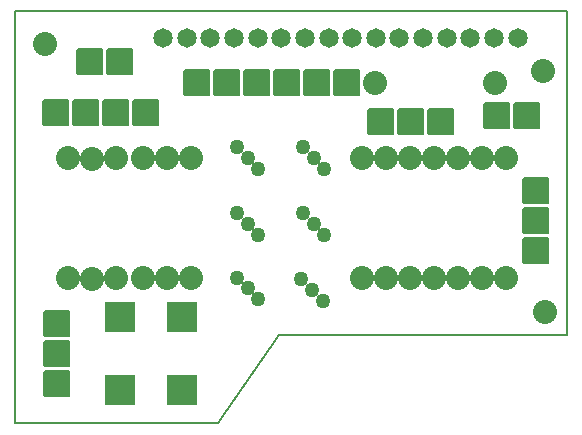
<source format=gbr>
G04 PROTEUS GERBER X2 FILE*
%TF.GenerationSoftware,Labcenter,Proteus,8.5-SP0-Build22067*%
%TF.CreationDate,2017-11-28T10:59:28+00:00*%
%TF.FileFunction,Soldermask,Bot*%
%TF.FilePolarity,Negative*%
%TF.Part,Single*%
%FSLAX45Y45*%
%MOMM*%
G01*
%TA.AperFunction,Material*%
%ADD22C,2.032000*%
%AMPPAD015*
4,1,36,
-1.016000,1.143000,
1.016000,1.143000,
1.041970,1.140470,
1.065980,1.133200,
1.087580,1.121650,
1.106290,1.106290,
1.121650,1.087570,
1.133200,1.065980,
1.140470,1.041970,
1.143000,1.016000,
1.143000,-1.016000,
1.140470,-1.041970,
1.133200,-1.065980,
1.121650,-1.087570,
1.106290,-1.106290,
1.087580,-1.121650,
1.065980,-1.133200,
1.041970,-1.140470,
1.016000,-1.143000,
-1.016000,-1.143000,
-1.041970,-1.140470,
-1.065980,-1.133200,
-1.087580,-1.121650,
-1.106290,-1.106290,
-1.121650,-1.087570,
-1.133200,-1.065980,
-1.140470,-1.041970,
-1.143000,-1.016000,
-1.143000,1.016000,
-1.140470,1.041970,
-1.133200,1.065980,
-1.121650,1.087570,
-1.106290,1.106290,
-1.087580,1.121650,
-1.065980,1.133200,
-1.041970,1.140470,
-1.016000,1.143000,
0*%
%ADD23PPAD015*%
%ADD24C,1.270000*%
%AMPPAD017*
4,1,36,
-1.143000,-1.016000,
-1.143000,1.016000,
-1.140470,1.041970,
-1.133200,1.065980,
-1.121650,1.087580,
-1.106290,1.106290,
-1.087570,1.121650,
-1.065980,1.133200,
-1.041970,1.140470,
-1.016000,1.143000,
1.016000,1.143000,
1.041970,1.140470,
1.065980,1.133200,
1.087570,1.121650,
1.106290,1.106290,
1.121650,1.087580,
1.133200,1.065980,
1.140470,1.041970,
1.143000,1.016000,
1.143000,-1.016000,
1.140470,-1.041970,
1.133200,-1.065980,
1.121650,-1.087580,
1.106290,-1.106290,
1.087570,-1.121650,
1.065980,-1.133200,
1.041970,-1.140470,
1.016000,-1.143000,
-1.016000,-1.143000,
-1.041970,-1.140470,
-1.065980,-1.133200,
-1.087570,-1.121650,
-1.106290,-1.106290,
-1.121650,-1.087580,
-1.133200,-1.065980,
-1.140470,-1.041970,
-1.143000,-1.016000,
0*%
%ADD25PPAD017*%
%AMPPAD018*
4,1,36,
-1.143000,1.270000,
1.143000,1.270000,
1.168970,1.267470,
1.192980,1.260200,
1.214580,1.248650,
1.233290,1.233290,
1.248650,1.214570,
1.260200,1.192980,
1.267470,1.168970,
1.270000,1.143000,
1.270000,-1.143000,
1.267470,-1.168970,
1.260200,-1.192980,
1.248650,-1.214570,
1.233290,-1.233290,
1.214580,-1.248650,
1.192980,-1.260200,
1.168970,-1.267470,
1.143000,-1.270000,
-1.143000,-1.270000,
-1.168970,-1.267470,
-1.192980,-1.260200,
-1.214580,-1.248650,
-1.233290,-1.233290,
-1.248650,-1.214570,
-1.260200,-1.192980,
-1.267470,-1.168970,
-1.270000,-1.143000,
-1.270000,1.143000,
-1.267470,1.168970,
-1.260200,1.192980,
-1.248650,1.214570,
-1.233290,1.233290,
-1.214580,1.248650,
-1.192980,1.260200,
-1.168970,1.267470,
-1.143000,1.270000,
0*%
%ADD26PPAD018*%
%ADD28C,1.651000*%
%TA.AperFunction,Profile*%
%ADD17C,0.203200*%
D22*
X+4152900Y+1498600D03*
X+4152900Y+482600D03*
D23*
X+3098800Y+1803400D03*
X+3352800Y+1803400D03*
X+3606800Y+1803400D03*
X+1536700Y+2133600D03*
X+1790700Y+2133600D03*
X+2044700Y+2133600D03*
X+2298700Y+2133600D03*
X+2552700Y+2133600D03*
X+2806700Y+2133600D03*
X+342900Y+1879600D03*
X+596900Y+1879600D03*
X+850900Y+1879600D03*
X+1104900Y+1879600D03*
D24*
X+1878698Y+1588402D03*
X+1968500Y+1498600D03*
X+2058303Y+1408797D03*
X+1878697Y+1029602D03*
X+1968500Y+939800D03*
X+2058302Y+849997D03*
X+1878697Y+483502D03*
X+1968500Y+393700D03*
X+2058302Y+303897D03*
X+2437497Y+1588402D03*
X+2527300Y+1498600D03*
X+2617102Y+1408797D03*
X+2437498Y+1029603D03*
X+2527300Y+939800D03*
X+2617103Y+849998D03*
X+2424798Y+470803D03*
X+2514600Y+381000D03*
X+2604403Y+291198D03*
D22*
X+1485900Y+1498600D03*
X+1485899Y+482600D03*
X+1282700Y+1498600D03*
X+1282700Y+482600D03*
X+1079500Y+1498600D03*
X+1079500Y+482600D03*
X+850899Y+1498600D03*
X+850900Y+482600D03*
X+647700Y+1485899D03*
X+647701Y+469899D03*
X+444500Y+1498598D03*
X+444500Y+482598D03*
X+2933700Y+1498600D03*
X+2933700Y+482600D03*
X+3136900Y+1498600D03*
X+3136900Y+482600D03*
X+3543300Y+1498600D03*
X+3543300Y+482600D03*
X+3340100Y+1498600D03*
X+3340100Y+482600D03*
X+3949700Y+1498600D03*
X+3949700Y+482600D03*
X+3746500Y+1498600D03*
X+3746500Y+482600D03*
D25*
X+4406900Y+711200D03*
X+4406900Y+965200D03*
X+4406900Y+1219200D03*
D26*
X+1409700Y-469900D03*
X+1409700Y+150100D03*
X+889000Y-469900D03*
X+889000Y+150100D03*
D23*
X+889000Y+2311400D03*
X+635000Y+2311400D03*
D25*
X+355600Y+88900D03*
X+355600Y-165100D03*
X+355600Y-419100D03*
D23*
X+4076700Y+1854199D03*
X+4330700Y+1854199D03*
D22*
X+3048000Y+2133600D03*
X+4064000Y+2133600D03*
D28*
X+1254300Y+2514600D03*
X+1454300Y+2514600D03*
X+1654300Y+2514600D03*
X+1854300Y+2514600D03*
X+2054300Y+2514600D03*
X+2254300Y+2514600D03*
X+2454300Y+2514600D03*
X+2654300Y+2514600D03*
X+2854300Y+2514600D03*
X+3054300Y+2514600D03*
X+3254300Y+2514600D03*
X+3454300Y+2514600D03*
X+3654300Y+2514600D03*
X+3854300Y+2514600D03*
X+4054300Y+2514600D03*
X+4254300Y+2514600D03*
D22*
X+254000Y+2463800D03*
X+4483100Y+190500D03*
X+4470400Y+2235200D03*
D17*
X+0Y-749300D02*
X+1714500Y-749300D01*
X+2235200Y+0D01*
X+4673600Y+0D01*
X+0Y-749300D02*
X+0Y+2743200D01*
X+4673600Y+2743200D01*
X+4673600Y+0D02*
X+4673600Y+2743200D01*
M02*

</source>
